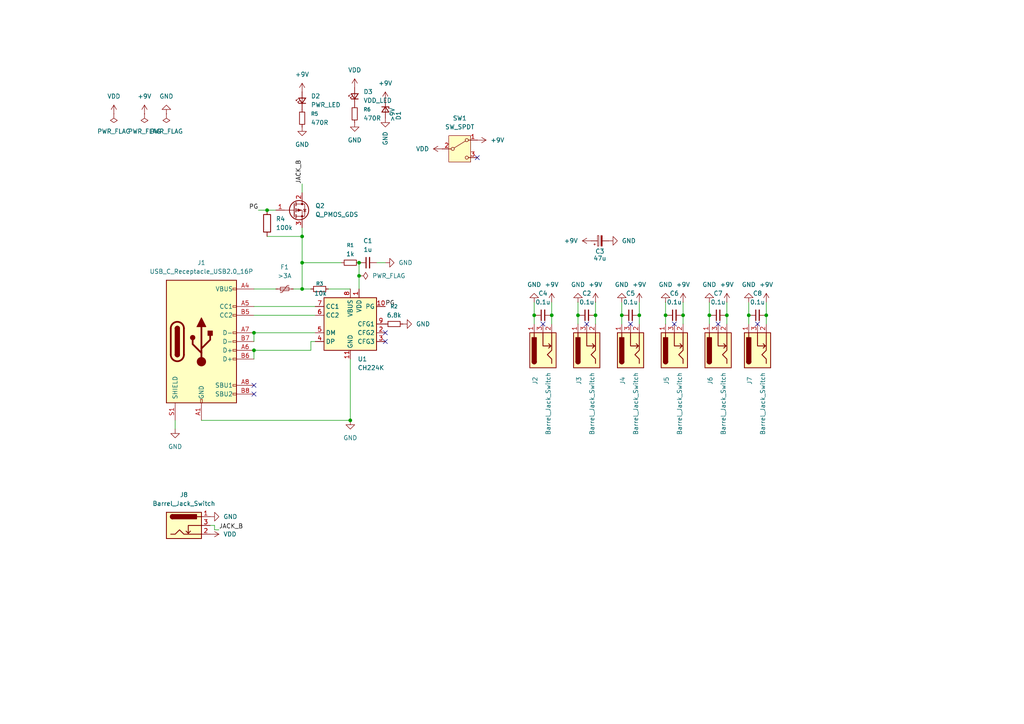
<source format=kicad_sch>
(kicad_sch (version 20250114) (generator "eeschema") (generator_version "9.0")
  (paper "A4")
  (lib_symbols
    (symbol "Connector:Barrel_Jack_Switch" (pin_names (hide yes))
      (property "Reference" "J" (at 0 5.334 0))
      (property "Value" "Barrel_Jack_Switch" (at 0 -5.08 0))
      (symbol "Barrel_Jack_Switch_0_1"
        (rectangle (start -5.08 3.81) (end 5.08 -3.81) (stroke (width 0.254)) (fill (type background)))
        (polyline (pts (xy -3.81 -2.54) (xy -2.54 -2.54) (xy -1.27 -1.27) (xy 0 -2.54) (xy 2.54 -2.54) (xy 5.08 -2.54)) (stroke (width 0.254)))
        (arc (start -3.302 1.905) (mid -3.9343 2.54) (end -3.302 3.175) (stroke (width 0.254)))
        (arc (start -3.302 1.905) (mid -3.9343 2.54) (end -3.302 3.175) (stroke (width 0.254)) (fill (type outline)))
        (polyline (pts (xy 1.27 -2.286) (xy 1.905 -1.651)) (stroke (width 0.254)))
        (rectangle (start 3.683 3.175) (end -3.302 1.905) (stroke (width 0.254)) (fill (type outline)))
        (polyline (pts (xy 5.08 2.54) (xy 3.81 2.54)) (stroke (width 0.254)))
        (polyline (pts (xy 5.08 0) (xy 1.27 0) (xy 1.27 -2.286) (xy 0.635 -1.651)) (stroke (width 0.254)))
      )
      (symbol "Barrel_Jack_Switch_1_1"
        (pin passive line (at 7.62 2.54 180) (length 2.54) (name "~") (number "1"))
        (pin passive line (at 7.62 0 180) (length 2.54) (name "~") (number "3"))
        (pin passive line (at 7.62 -2.54 180) (length 2.54) (name "~") (number "2"))
      )
    )
    (symbol "Connector:USB_C_Receptacle_USB2.0_16P" (pin_names (offset 1.016))
      (property "Reference" "J" (at 0 22.225 0))
      (property "Value" "USB_C_Receptacle_USB2.0_16P" (at 0 19.685 0))
      (symbol "USB_C_Receptacle_USB2.0_16P_0_0"
        (rectangle (start -0.254 -17.78) (end 0.254 -16.764))
        (rectangle (start 10.16 15.494) (end 9.144 14.986))
        (rectangle (start 10.16 10.414) (end 9.144 9.906))
        (rectangle (start 10.16 7.874) (end 9.144 7.366))
        (rectangle (start 10.16 2.794) (end 9.144 2.286))
        (rectangle (start 10.16 0.254) (end 9.144 -0.254))
        (rectangle (start 10.16 -2.286) (end 9.144 -2.794))
        (rectangle (start 10.16 -4.826) (end 9.144 -5.334))
        (rectangle (start 10.16 -12.446) (end 9.144 -12.954))
        (rectangle (start 10.16 -14.986) (end 9.144 -15.494))
      )
      (symbol "USB_C_Receptacle_USB2.0_16P_0_1"
        (rectangle (start -10.16 17.78) (end 10.16 -17.78) (stroke (width 0.254)) (fill (type background)))
        (polyline (pts (xy -8.89 -3.81) (xy -8.89 3.81)) (stroke (width 0.508)))
        (rectangle (start -7.62 -3.81) (end -6.35 3.81) (stroke (width 0.254)) (fill (type outline)))
        (arc (start -7.62 3.81) (mid -6.985 4.4423) (end -6.35 3.81) (stroke (width 0.254)))
        (arc (start -7.62 3.81) (mid -6.985 4.4423) (end -6.35 3.81) (stroke (width 0.254)) (fill (type outline)))
        (arc (start -8.89 3.81) (mid -6.985 5.7067) (end -5.08 3.81) (stroke (width 0.508)))
        (arc (start -5.08 -3.81) (mid -6.985 -5.7067) (end -8.89 -3.81) (stroke (width 0.508)))
        (arc (start -6.35 -3.81) (mid -6.985 -4.4423) (end -7.62 -3.81) (stroke (width 0.254)))
        (arc (start -6.35 -3.81) (mid -6.985 -4.4423) (end -7.62 -3.81) (stroke (width 0.254)) (fill (type outline)))
        (polyline (pts (xy -5.08 3.81) (xy -5.08 -3.81)) (stroke (width 0.508)))
        (circle (center -2.54 1.143) (radius 0.635) (stroke (width 0.254)) (fill (type outline)))
        (polyline (pts (xy -1.27 4.318) (xy 0 6.858) (xy 1.27 4.318) (xy -1.27 4.318)) (stroke (width 0.254)) (fill (type outline)))
        (polyline (pts (xy 0 -2.032) (xy 2.54 0.508) (xy 2.54 1.778)) (stroke (width 0.508)))
        (polyline (pts (xy 0 -3.302) (xy -2.54 -0.762) (xy -2.54 0.508)) (stroke (width 0.508)))
        (polyline (pts (xy 0 -5.842) (xy 0 4.318)) (stroke (width 0.508)))
        (circle (center 0 -5.842) (radius 1.27) (fill (type outline)))
        (rectangle (start 1.905 1.778) (end 3.175 3.048) (stroke (width 0.254)) (fill (type outline)))
      )
      (symbol "USB_C_Receptacle_USB2.0_16P_1_1"
        (pin passive line (at -7.62 -22.86 90) (length 5.08) (name "SHIELD") (number "S1"))
        (pin passive line (at 0 -22.86 90) (length 5.08) (name "GND") (number "A1"))
        (pin passive line (at 0 -22.86 90) (length 5.08) (hide yes) (name "GND") (number "A12"))
        (pin passive line (at 0 -22.86 90) (length 5.08) (hide yes) (name "GND") (number "B1"))
        (pin passive line (at 0 -22.86 90) (length 5.08) (hide yes) (name "GND") (number "B12"))
        (pin passive line (at 15.24 15.24 180) (length 5.08) (name "VBUS") (number "A4"))
        (pin passive line (at 15.24 15.24 180) (length 5.08) (hide yes) (name "VBUS") (number "A9"))
        (pin passive line (at 15.24 15.24 180) (length 5.08) (hide yes) (name "VBUS") (number "B4"))
        (pin passive line (at 15.24 15.24 180) (length 5.08) (hide yes) (name "VBUS") (number "B9"))
        (pin bidirectional line (at 15.24 10.16 180) (length 5.08) (name "CC1") (number "A5"))
        (pin bidirectional line (at 15.24 7.62 180) (length 5.08) (name "CC2") (number "B5"))
        (pin bidirectional line (at 15.24 2.54 180) (length 5.08) (name "D-") (number "A7"))
        (pin bidirectional line (at 15.24 0 180) (length 5.08) (name "D-") (number "B7"))
        (pin bidirectional line (at 15.24 -2.54 180) (length 5.08) (name "D+") (number "A6"))
        (pin bidirectional line (at 15.24 -5.08 180) (length 5.08) (name "D+") (number "B6"))
        (pin bidirectional line (at 15.24 -12.7 180) (length 5.08) (name "SBU1") (number "A8"))
        (pin bidirectional line (at 15.24 -15.24 180) (length 5.08) (name "SBU2") (number "B8"))
      )
    )
    (symbol "Device:C_Polarized_Small" (pin_numbers (hide yes)) (pin_names (offset 0.254) (hide yes))
      (property "Reference" "C" (at 0.254 1.778 0))
      (property "Value" "C_Polarized_Small" (at 0.254 -2.032 0))
      (symbol "C_Polarized_Small_0_1"
        (rectangle (start -1.524 0.6858) (end 1.524 0.3048))
        (rectangle (start -1.524 -0.3048) (end 1.524 -0.6858) (fill (type outline)))
        (polyline (pts (xy -1.27 1.524) (xy -0.762 1.524)))
        (polyline (pts (xy -1.016 1.27) (xy -1.016 1.778)))
      )
      (symbol "C_Polarized_Small_1_1"
        (pin passive line (at 0 2.54 270) (length 1.8542) (name "~") (number "1"))
        (pin passive line (at 0 -2.54 90) (length 1.8542) (name "~") (number "2"))
      )
    )
    (symbol "Device:C_Small" (pin_numbers (hide yes)) (pin_names (offset 0.254) (hide yes))
      (property "Reference" "C" (at 0.254 1.778 0))
      (property "Value" "C_Small" (at 0.254 -2.032 0))
      (symbol "C_Small_0_1"
        (polyline (pts (xy -1.524 0.508) (xy 1.524 0.508)) (stroke (width 0.3048)))
        (polyline (pts (xy -1.524 -0.508) (xy 1.524 -0.508)) (stroke (width 0.3302)))
      )
      (symbol "C_Small_1_1"
        (pin passive line (at 0 2.54 270) (length 2.032) (name "~") (number "1"))
        (pin passive line (at 0 -2.54 90) (length 2.032) (name "~") (number "2"))
      )
    )
    (symbol "Device:D_Zener_Small" (pin_numbers (hide yes)) (pin_names (offset 0.254) (hide yes))
      (property "Reference" "D" (at 0 2.286 0))
      (property "Value" "D_Zener_Small" (at 0 -2.286 0))
      (symbol "D_Zener_Small_0_1"
        (polyline (pts (xy -0.254 1.016) (xy -0.762 1.016) (xy -0.762 -1.016)) (stroke (width 0.254)))
        (polyline (pts (xy 0.762 1.016) (xy -0.762 0) (xy 0.762 -1.016) (xy 0.762 1.016)) (stroke (width 0.254)))
        (polyline (pts (xy 0.762 0) (xy -0.762 0)))
      )
      (symbol "D_Zener_Small_1_1"
        (pin passive line (at -2.54 0 0) (length 1.778) (name "K") (number "1"))
        (pin passive line (at 2.54 0 180) (length 1.778) (name "A") (number "2"))
      )
    )
    (symbol "Device:LED_Small" (pin_numbers (hide yes)) (pin_names (offset 0.254) (hide yes))
      (property "Reference" "D" (at -1.27 3.175 0))
      (property "Value" "LED_Small" (at -4.445 -2.54 0))
      (symbol "LED_Small_0_1"
        (polyline (pts (xy -0.762 -1.016) (xy -0.762 1.016)) (stroke (width 0.254)))
        (polyline (pts (xy 0 0.762) (xy -0.508 1.27) (xy -0.254 1.27) (xy -0.508 1.27) (xy -0.508 1.016)))
        (polyline (pts (xy 0.508 1.27) (xy 0 1.778) (xy 0.254 1.778) (xy 0 1.778) (xy 0 1.524)))
        (polyline (pts (xy 0.762 -1.016) (xy -0.762 0) (xy 0.762 1.016) (xy 0.762 -1.016)) (stroke (width 0.254)))
        (polyline (pts (xy 1.016 0) (xy -0.762 0)))
      )
      (symbol "LED_Small_1_1"
        (pin passive line (at -2.54 0 0) (length 1.778) (name "K") (number "1"))
        (pin passive line (at 2.54 0 180) (length 1.778) (name "A") (number "2"))
      )
    )
    (symbol "Device:Polyfuse_Small" (pin_numbers (hide yes)) (pin_names (offset 0))
      (property "Reference" "F" (at -1.905 0 90))
      (property "Value" "Polyfuse_Small" (at 1.905 0 90))
      (symbol "Polyfuse_Small_0_1"
        (polyline (pts (xy -1.016 1.27) (xy -1.016 0.762) (xy 1.016 -0.762) (xy 1.016 -1.27)))
        (rectangle (start -0.508 1.27) (end 0.508 -1.27))
        (polyline (pts (xy 0 2.54) (xy 0 -2.54)))
      )
      (symbol "Polyfuse_Small_1_1"
        (pin passive line (at 0 2.54 270) (length 0.635) (name "~") (number "1"))
        (pin passive line (at 0 -2.54 90) (length 0.635) (name "~") (number "2"))
      )
    )
    (symbol "Device:R" (pin_numbers (hide yes)) (pin_names (offset 0))
      (property "Reference" "R" (at 2.032 0 90))
      (property "Value" "R" (at 0 0 90))
      (symbol "R_0_1"
        (rectangle (start -1.016 -2.54) (end 1.016 2.54) (stroke (width 0.254)))
      )
      (symbol "R_1_1"
        (pin passive line (at 0 3.81 270) (length 1.27) (name "~") (number "1"))
        (pin passive line (at 0 -3.81 90) (length 1.27) (name "~") (number "2"))
      )
    )
    (symbol "Device:R_Small" (pin_numbers (hide yes)) (pin_names (offset 0.254) (hide yes))
      (property "Reference" "R" (at 0 0 90))
      (property "Value" "R_Small" (at 1.778 0 90))
      (symbol "R_Small_0_1"
        (rectangle (start -0.762 1.778) (end 0.762 -1.778) (stroke (width 0.2032)))
      )
      (symbol "R_Small_1_1"
        (pin passive line (at 0 2.54 270) (length 0.762) (name "~") (number "1"))
        (pin passive line (at 0 -2.54 90) (length 0.762) (name "~") (number "2"))
      )
    )
    (symbol "Interface_USB:CH224K"
      (property "Reference" "U" (at -7.874 -8.89 0))
      (property "Value" "CH224K" (at 3.048 -8.89 0))
      (symbol "CH224K_1_1"
        (rectangle (start -7.62 7.62) (end 7.62 -7.62) (stroke (width 0.254)) (fill (type background)))
        (pin bidirectional line (at -10.16 5.08 0) (length 2.54) (name "CC1") (number "7"))
        (pin bidirectional line (at -10.16 2.54 0) (length 2.54) (name "CC2") (number "6"))
        (pin bidirectional line (at -10.16 -2.54 0) (length 2.54) (name "DM") (number "5"))
        (pin bidirectional line (at -10.16 -5.08 0) (length 2.54) (name "DP") (number "4"))
        (pin passive line (at 0 10.16 270) (length 2.54) (name "VBUS") (number "8"))
        (pin power_in line (at 0 -10.16 90) (length 2.54) (name "GND") (number "11"))
        (pin power_in line (at 2.54 10.16 270) (length 2.54) (name "VDD") (number "1"))
        (pin open_collector line (at 10.16 5.08 180) (length 2.54) (name "PG") (number "10"))
        (pin passive line (at 10.16 0 180) (length 2.54) (name "CFG1") (number "9"))
        (pin passive line (at 10.16 -2.54 180) (length 2.54) (name "CFG2") (number "2"))
        (pin passive line (at 10.16 -5.08 180) (length 2.54) (name "CFG3") (number "3"))
      )
    )
    (symbol "Switch:SW_SPDT" (pin_names (offset 0) (hide yes))
      (property "Reference" "SW" (at 0 5.08 0))
      (property "Value" "SW_SPDT" (at 0 -5.08 0))
      (symbol "SW_SPDT_0_1"
        (circle (center -2.032 0) (radius 0.4572))
        (polyline (pts (xy -1.651 0.254) (xy 1.651 2.286)))
        (circle (center 2.032 2.54) (radius 0.4572))
        (circle (center 2.032 -2.54) (radius 0.4572))
      )
      (symbol "SW_SPDT_1_1"
        (rectangle (start -3.175 3.81) (end 3.175 -3.81) (fill (type background)))
        (pin passive line (at -5.08 0 0) (length 2.54) (name "B") (number "2"))
        (pin passive line (at 5.08 2.54 180) (length 2.54) (name "A") (number "1"))
        (pin passive line (at 5.08 -2.54 180) (length 2.54) (name "C") (number "3"))
      )
    )
    (symbol "Transistor_FET:Q_PMOS_GDS" (pin_names (offset 0) (hide yes))
      (property "Reference" "Q" (at 5.08 1.905 0))
      (property "Value" "Q_PMOS_GDS" (at 5.08 0 0))
      (symbol "Q_PMOS_GDS_0_1"
        (polyline (pts (xy 0.254 1.905) (xy 0.254 -1.905)) (stroke (width 0.254)))
        (polyline (pts (xy 0.254 0) (xy -2.54 0)))
        (polyline (pts (xy 0.762 2.286) (xy 0.762 1.27)) (stroke (width 0.254)))
        (polyline (pts (xy 0.762 1.778) (xy 3.302 1.778) (xy 3.302 -1.778) (xy 0.762 -1.778)))
        (polyline (pts (xy 0.762 0.508) (xy 0.762 -0.508)) (stroke (width 0.254)))
        (polyline (pts (xy 0.762 -1.27) (xy 0.762 -2.286)) (stroke (width 0.254)))
        (circle (center 1.651 0) (radius 2.794) (stroke (width 0.254)))
        (polyline (pts (xy 2.286 0) (xy 1.27 0.381) (xy 1.27 -0.381) (xy 2.286 0)) (fill (type outline)))
        (polyline (pts (xy 2.54 2.54) (xy 2.54 1.778)))
        (circle (center 2.54 1.778) (radius 0.254) (fill (type outline)))
        (circle (center 2.54 -1.778) (radius 0.254) (fill (type outline)))
        (polyline (pts (xy 2.54 -2.54) (xy 2.54 0) (xy 0.762 0)))
        (polyline (pts (xy 2.921 -0.381) (xy 3.683 -0.381)))
        (polyline (pts (xy 3.302 -0.381) (xy 2.921 0.254) (xy 3.683 0.254) (xy 3.302 -0.381)))
      )
      (symbol "Q_PMOS_GDS_1_1"
        (pin input line (at -5.08 0 0) (length 2.54) (name "G") (number "1"))
        (pin passive line (at 2.54 5.08 270) (length 2.54) (name "D") (number "2"))
        (pin passive line (at 2.54 -5.08 90) (length 2.54) (name "S") (number "3"))
      )
    )
    (symbol "power:+9V" (power) (pin_numbers (hide yes)) (pin_names (offset 0) (hide yes))
      (property "Value" "+9V" (at 0 3.556 0))
      (symbol "+9V_0_1"
        (polyline (pts (xy -0.762 1.27) (xy 0 2.54)))
        (polyline (pts (xy 0 2.54) (xy 0.762 1.27)))
        (polyline (pts (xy 0 0) (xy 0 2.54)))
      )
      (symbol "+9V_1_1"
        (pin power_in line (at 0 0 90) (length 0) (name "~") (number "1"))
      )
    )
    (symbol "power:GND" (power) (pin_numbers (hide yes)) (pin_names (offset 0) (hide yes))
      (property "Value" "GND" (at 0 -3.81 0))
      (symbol "GND_0_1"
        (polyline (pts (xy 0 0) (xy 0 -1.27) (xy 1.27 -1.27) (xy 0 -2.54) (xy -1.27 -1.27) (xy 0 -1.27)))
      )
      (symbol "GND_1_1"
        (pin power_in line (at 0 0 270) (length 0) (name "~") (number "1"))
      )
    )
    (symbol "power:PWR_FLAG" (power) (pin_numbers (hide yes)) (pin_names (offset 0) (hide yes))
      (property "Value" "PWR_FLAG" (at 0 3.81 0))
      (symbol "PWR_FLAG_0_0"
        (pin power_out line (at 0 0 90) (length 0) (name "~") (number "1"))
      )
      (symbol "PWR_FLAG_0_1"
        (polyline (pts (xy 0 0) (xy 0 1.27) (xy -1.016 1.905) (xy 0 2.54) (xy 1.016 1.905) (xy 0 1.27)))
      )
    )
    (symbol "power:VDD" (power) (pin_numbers (hide yes)) (pin_names (offset 0) (hide yes))
      (property "Value" "VDD" (at 0 3.556 0))
      (symbol "VDD_0_1"
        (polyline (pts (xy -0.762 1.27) (xy 0 2.54)))
        (polyline (pts (xy 0 2.54) (xy 0.762 1.27)))
        (polyline (pts (xy 0 0) (xy 0 2.54)))
      )
      (symbol "VDD_1_1"
        (pin power_in line (at 0 0 90) (length 0) (name "~") (number "1"))
      )
    )
  )
  (junction (at 87.63 76.2))
  (junction (at 205.74 91.44))
  (junction (at 77.47 60.96))
  (junction (at 217.17 91.44))
  (junction (at 193.04 91.44))
  (junction (at 87.63 83.82))
  (junction (at 222.25 91.44))
  (junction (at 198.12 91.44))
  (junction (at 167.64 91.44))
  (junction (at 104.14 80.01))
  (junction (at 180.34 91.44))
  (junction (at 101.6 121.92))
  (junction (at 87.63 68.58))
  (junction (at 185.42 91.44))
  (junction (at 73.66 96.52))
  (junction (at 154.94 91.44))
  (junction (at 210.82 91.44))
  (junction (at 104.14 76.2))
  (junction (at 73.66 101.6))
  (junction (at 160.02 91.44))
  (junction (at 172.72 91.44))
  (no_connect (at 219.71 93.98))
  (no_connect (at 73.66 114.3))
  (no_connect (at 138.43 45.72))
  (no_connect (at 182.88 93.98))
  (no_connect (at 111.76 96.52))
  (no_connect (at 157.48 93.98))
  (no_connect (at 73.66 111.76))
  (no_connect (at 208.28 93.98))
  (no_connect (at 111.76 99.06))
  (no_connect (at 195.58 93.98))
  (no_connect (at 170.18 93.98))
  (wire (pts (xy 104.14 80.01) (xy 104.14 83.82)))
  (wire (pts (xy 160.02 87.63) (xy 160.02 91.44)))
  (wire (pts (xy 73.66 96.52) (xy 91.44 96.52)))
  (wire (pts (xy 73.66 96.52) (xy 73.66 99.06)))
  (wire (pts (xy 74.93 60.96) (xy 77.47 60.96)))
  (wire (pts (xy 154.94 87.63) (xy 154.94 91.44)))
  (wire (pts (xy 193.04 87.63) (xy 193.04 91.44)))
  (wire (pts (xy 95.25 83.82) (xy 101.6 83.82)))
  (wire (pts (xy 101.6 121.92) (xy 101.6 104.14)))
  (wire (pts (xy 210.82 91.44) (xy 210.82 93.98)))
  (wire (pts (xy 172.72 87.63) (xy 172.72 91.44)))
  (wire (pts (xy 90.17 99.06) (xy 91.44 99.06)))
  (wire (pts (xy 77.47 68.58) (xy 87.63 68.58)))
  (wire (pts (xy 198.12 91.44) (xy 198.12 93.98)))
  (wire (pts (xy 104.14 76.2) (xy 104.14 80.01)))
  (wire (pts (xy 222.25 91.44) (xy 222.25 93.98)))
  (wire (pts (xy 198.12 87.63) (xy 198.12 91.44)))
  (wire (pts (xy 87.63 83.82) (xy 90.17 83.82)))
  (wire (pts (xy 172.72 91.44) (xy 172.72 93.98)))
  (wire (pts (xy 50.8 121.92) (xy 50.8 124.46)))
  (wire (pts (xy 217.17 91.44) (xy 217.17 93.98)))
  (wire (pts (xy 85.09 83.82) (xy 87.63 83.82)))
  (wire (pts (xy 90.17 101.6) (xy 90.17 99.06)))
  (wire (pts (xy 180.34 91.44) (xy 180.34 93.98)))
  (wire (pts (xy 160.02 91.44) (xy 160.02 93.98)))
  (wire (pts (xy 87.63 68.58) (xy 87.63 76.2)))
  (wire (pts (xy 167.64 91.44) (xy 167.64 93.98)))
  (wire (pts (xy 73.66 91.44) (xy 91.44 91.44)))
  (wire (pts (xy 62.23 153.67) (xy 62.23 152.4)))
  (wire (pts (xy 99.06 76.2) (xy 87.63 76.2)))
  (wire (pts (xy 109.22 76.2) (xy 111.76 76.2)))
  (wire (pts (xy 77.47 60.96) (xy 80.01 60.96)))
  (wire (pts (xy 62.23 152.4) (xy 60.96 152.4)))
  (wire (pts (xy 210.82 87.63) (xy 210.82 91.44)))
  (wire (pts (xy 180.34 87.63) (xy 180.34 91.44)))
  (wire (pts (xy 167.64 87.63) (xy 167.64 91.44)))
  (wire (pts (xy 58.42 121.92) (xy 101.6 121.92)))
  (wire (pts (xy 217.17 87.63) (xy 217.17 91.44)))
  (wire (pts (xy 193.04 91.44) (xy 193.04 93.98)))
  (wire (pts (xy 73.66 101.6) (xy 73.66 104.14)))
  (wire (pts (xy 73.66 83.82) (xy 80.01 83.82)))
  (wire (pts (xy 63.5 153.67) (xy 62.23 153.67)))
  (wire (pts (xy 87.63 76.2) (xy 87.63 83.82)))
  (wire (pts (xy 87.63 66.04) (xy 87.63 68.58)))
  (wire (pts (xy 154.94 91.44) (xy 154.94 93.98)))
  (wire (pts (xy 73.66 88.9) (xy 91.44 88.9)))
  (wire (pts (xy 185.42 91.44) (xy 185.42 93.98)))
  (wire (pts (xy 185.42 87.63) (xy 185.42 91.44)))
  (wire (pts (xy 73.66 101.6) (xy 90.17 101.6)))
  (wire (pts (xy 205.74 91.44) (xy 205.74 93.98)))
  (wire (pts (xy 205.74 87.63) (xy 205.74 91.44)))
  (wire (pts (xy 87.63 53.34) (xy 87.63 55.88)))
  (wire (pts (xy 222.25 87.63) (xy 222.25 91.44)))
  (label "JACK_B" (at 87.63 53.34 90))
  (label "PG" (at 74.93 60.96 180))
  (label "JACK_B" (at 63.5 153.67 0))
  (label "PG" (at 111.76 88.9 0))
  (symbol (lib_id "Device:R_Small") (at 102.87 33.02 0) (unit 1)
    (property "Reference" "R6" (at 105.41 31.7499 0) (effects (font (size 1.016 1.016)) (justify left)))
    (property "Value" "470R" (at 105.41 34.2899 0) (effects (justify left)))
    (property "Footprint" "Capacitor_SMD:C_0603_1608Metric_Pad1.08x0.95mm_HandSolder" (effects (hide yes)))
    (property "Description" "Resistor, small symbol" (effects (hide yes)))
  )
  (symbol (lib_id "Device:C_Small") (at 195.58 91.44 90) (unit 1)
    (property "Reference" "C6" (at 195.5863 85.09 90))
    (property "Value" "0.1u" (at 195.5863 87.63 90))
    (property "Footprint" "Capacitor_SMD:C_0603_1608Metric_Pad1.08x0.95mm_HandSolder" (effects (hide yes)))
    (property "Description" "Unpolarized capacitor, small symbol" (effects (hide yes)))
  )
  (symbol (lib_id "Connector:Barrel_Jack_Switch") (at 208.28 101.6 90) (unit 1)
    (property "Reference" "J6" (at 205.994 109.22 0) (effects (justify right)))
    (property "Value" "Barrel_Jack_Switch" (at 209.804 107.95 0) (effects (justify right)))
    (property "Footprint" "Connector_BarrelJack:BarrelJack_Horizontal" (effects (hide yes)))
    (property "Description" "DC Barrel Jack with an internal switch" (effects (hide yes)))
  )
  (symbol (lib_id "power:GND") (at 111.76 34.29 0) (unit 1)
    (property "Reference" "#PWR06" (effects (hide yes)))
    (property "Value" "GND" (at 111.7601 38.1 90) (effects (justify right)))
    (property "Description" "Power symbol creates a global label with name \"GND\" , ground" (effects (hide yes)))
  )
  (symbol (lib_id "power:GND") (at 101.6 121.92 0) (unit 1)
    (property "Reference" "#PWR021" (effects (hide yes)))
    (property "Value" "GND" (at 101.6 127 0))
    (property "Description" "Power symbol creates a global label with name \"GND\" , ground" (effects (hide yes)))
  )
  (symbol (lib_id "Device:C_Small") (at 157.48 91.44 90) (unit 1)
    (property "Reference" "C4" (at 157.4863 85.09 90))
    (property "Value" "0.1u" (at 157.4863 87.63 90))
    (property "Footprint" "Capacitor_SMD:C_0603_1608Metric_Pad1.08x0.95mm_HandSolder" (effects (hide yes)))
    (property "Description" "Unpolarized capacitor, small symbol" (effects (hide yes)))
  )
  (symbol (lib_id "Device:R_Small") (at 114.3 93.98 90) (unit 1)
    (property "Reference" "R2" (at 114.3 88.9 90) (effects (font (size 1.016 1.016))))
    (property "Value" "6.8k" (at 114.3 91.44 90))
    (property "Footprint" "Capacitor_SMD:C_0603_1608Metric_Pad1.08x0.95mm_HandSolder" (effects (hide yes)))
    (property "Description" "Resistor, small symbol" (effects (hide yes)))
  )
  (symbol (lib_id "power:+9V") (at 172.72 87.63 0) (unit 1)
    (property "Reference" "#PWR010" (effects (hide yes)))
    (property "Value" "+9V" (at 172.72 82.55 0))
    (property "Description" "Power symbol creates a global label with name \"+9V\"" (effects (hide yes)))
  )
  (symbol (lib_id "power:GND") (at 48.26 33.02 180) (unit 1)
    (property "Reference" "#PWR020" (effects (hide yes)))
    (property "Value" "GND" (at 48.26 27.94 0))
    (property "Description" "Power symbol creates a global label with name \"GND\" , ground" (effects (hide yes)))
  )
  (symbol (lib_id "power:GND") (at 60.96 149.86 90) (unit 1)
    (property "Reference" "#PWR023" (effects (hide yes)))
    (property "Value" "GND" (at 64.77 149.8599 90) (effects (justify right)))
    (property "Description" "Power symbol creates a global label with name \"GND\" , ground" (effects (hide yes)))
  )
  (symbol (lib_id "power:VDD") (at 60.96 154.94 270) (unit 1)
    (property "Reference" "#PWR030" (effects (hide yes)))
    (property "Value" "VDD" (at 64.77 154.9399 90) (effects (justify left)))
    (property "Description" "Power symbol creates a global label with name \"VDD\"" (effects (hide yes)))
  )
  (symbol (lib_id "Connector:Barrel_Jack_Switch") (at 53.34 152.4 0) (unit 1)
    (property "Reference" "J8" (at 53.34 143.51 0))
    (property "Value" "Barrel_Jack_Switch" (at 53.34 146.05 0))
    (property "Footprint" "Connector_BarrelJack:BarrelJack_Horizontal" (effects (hide yes)))
    (property "Description" "DC Barrel Jack with an internal switch" (effects (hide yes)))
  )
  (symbol (lib_id "power:+9V") (at 138.43 40.64 270) (unit 1)
    (property "Reference" "#PWR024" (effects (hide yes)))
    (property "Value" "+9V" (at 142.24 40.6399 90) (effects (justify left)))
    (property "Description" "Power symbol creates a global label with name \"+9V\"" (effects (hide yes)))
  )
  (symbol (lib_id "Transistor_FET:Q_PMOS_GDS") (at 85.09 60.96 0) (unit 1)
    (property "Reference" "Q2" (at 91.44 59.6899 0) (effects (justify left)))
    (property "Value" "Q_PMOS_GDS" (at 91.44 62.2299 0) (effects (justify left)))
    (property "Footprint" "Package_TO_SOT_THT:TO-251-3_Vertical" (effects (hide yes)))
    (property "Description" "P-MOSFET transistor, gate/drain/source" (effects (hide yes)))
  )
  (symbol (lib_id "Device:C_Polarized_Small") (at 173.99 69.85 90) (unit 1)
    (property "Reference" "C3" (at 173.99 72.898 90))
    (property "Value" "47u" (at 173.99 74.93 90))
    (property "Footprint" "Capacitor_THT:CP_Radial_D5.0mm_P2.00mm" (effects (hide yes)))
    (property "Description" "Polarized capacitor, small symbol" (effects (hide yes)))
  )
  (symbol (lib_id "power:GND") (at 217.17 87.63 180) (unit 1)
    (property "Reference" "#PWR017" (effects (hide yes)))
    (property "Value" "GND" (at 217.17 82.55 0))
    (property "Description" "Power symbol creates a global label with name \"GND\" , ground" (effects (hide yes)))
  )
  (symbol (lib_id "Device:C_Small") (at 182.88 91.44 90) (unit 1)
    (property "Reference" "C5" (at 182.8863 85.09 90))
    (property "Value" "0.1u" (at 182.8863 87.63 90))
    (property "Footprint" "Capacitor_SMD:C_0603_1608Metric_Pad1.08x0.95mm_HandSolder" (effects (hide yes)))
    (property "Description" "Unpolarized capacitor, small symbol" (effects (hide yes)))
  )
  (symbol (lib_id "power:+9V") (at 160.02 87.63 0) (unit 1)
    (property "Reference" "#PWR07" (effects (hide yes)))
    (property "Value" "+9V" (at 160.02 82.55 0))
    (property "Description" "Power symbol creates a global label with name \"+9V\"" (effects (hide yes)))
  )
  (symbol (lib_id "Connector:Barrel_Jack_Switch") (at 219.71 101.6 90) (unit 1)
    (property "Reference" "J7" (at 217.424 109.22 0) (effects (justify right)))
    (property "Value" "Barrel_Jack_Switch" (at 221.234 107.95 0) (effects (justify right)))
    (property "Footprint" "Connector_BarrelJack:BarrelJack_Horizontal" (effects (hide yes)))
    (property "Description" "DC Barrel Jack with an internal switch" (effects (hide yes)))
  )
  (symbol (lib_id "power:GND") (at 176.53 69.85 90) (unit 1)
    (property "Reference" "#PWR08" (effects (hide yes)))
    (property "Value" "GND" (at 180.34 69.8499 90) (effects (justify right)))
    (property "Description" "Power symbol creates a global label with name \"GND\" , ground" (effects (hide yes)))
  )
  (symbol (lib_id "power:VDD") (at 128.27 43.18 90) (unit 1)
    (property "Reference" "#PWR031" (effects (hide yes)))
    (property "Value" "VDD" (at 124.46 43.1799 90) (effects (justify left)))
    (property "Description" "Power symbol creates a global label with name \"VDD\"" (effects (hide yes)))
  )
  (symbol (lib_id "power:GND") (at 154.94 87.63 180) (unit 1)
    (property "Reference" "#PWR05" (effects (hide yes)))
    (property "Value" "GND" (at 154.94 82.55 0))
    (property "Description" "Power symbol creates a global label with name \"GND\" , ground" (effects (hide yes)))
  )
  (symbol (lib_id "Device:R_Small") (at 101.6 76.2 90) (unit 1)
    (property "Reference" "R1" (at 101.6 71.12 90) (effects (font (size 1.016 1.016))))
    (property "Value" "1k" (at 101.6 73.66 90))
    (property "Footprint" "Capacitor_SMD:C_0603_1608Metric_Pad1.08x0.95mm_HandSolder" (effects (hide yes)))
    (property "Description" "Resistor, small symbol" (effects (hide yes)))
  )
  (symbol (lib_id "Device:R_Small") (at 87.63 34.29 0) (unit 1)
    (property "Reference" "R5" (at 90.17 33.0199 0) (effects (font (size 1.016 1.016)) (justify left)))
    (property "Value" "470R" (at 90.17 35.5599 0) (effects (justify left)))
    (property "Footprint" "Capacitor_SMD:C_0603_1608Metric_Pad1.08x0.95mm_HandSolder" (effects (hide yes)))
    (property "Description" "Resistor, small symbol" (effects (hide yes)))
  )
  (symbol (lib_id "Device:Polyfuse_Small") (at 82.55 83.82 90) (unit 1)
    (property "Reference" "F1" (at 82.55 77.47 90))
    (property "Value" ">3A" (at 82.55 80.01 90))
    (property "Footprint" "Fuse:Fuse_Bourns_MF-RG300" (effects (hide yes)))
    (property "Description" "Resettable fuse, polymeric positive temperature coefficient, small symbol" (effects (hide yes)))
  )
  (symbol (lib_id "power:PWR_FLAG") (at 104.14 80.01 270) (unit 1)
    (property "Reference" "#FLG02" (effects (hide yes)))
    (property "Value" "PWR_FLAG" (at 107.95 80.0099 90) (effects (justify left)))
    (property "Description" "Special symbol for telling ERC where power comes from" (effects (hide yes)))
  )
  (symbol (lib_id "Device:R_Small") (at 92.71 83.82 90) (unit 1)
    (property "Reference" "R3" (at 92.71 82.296 90) (effects (font (size 1.016 1.016))))
    (property "Value" "10k" (at 92.964 85.09 90))
    (property "Footprint" "Capacitor_SMD:C_0603_1608Metric_Pad1.08x0.95mm_HandSolder" (effects (hide yes)))
    (property "Description" "Resistor, small symbol" (effects (hide yes)))
  )
  (symbol (lib_id "power:VDD") (at 33.02 33.02 0) (unit 1)
    (property "Reference" "#PWR022" (effects (hide yes)))
    (property "Value" "VDD" (at 33.02 27.94 0))
    (property "Description" "Power symbol creates a global label with name \"VDD\"" (effects (hide yes)))
  )
  (symbol (lib_id "Switch:SW_SPDT") (at 133.35 43.18 0) (unit 1)
    (property "Reference" "SW1" (at 133.35 34.29 0))
    (property "Value" "SW_SPDT" (at 133.35 36.83 0))
    (property "Footprint" "Ishihalib:ROCKERSW_3MS1J102M2QES" (effects (hide yes)))
    (property "Description" "Switch, single pole double throw" (effects (hide yes)))
  )
  (symbol (lib_id "power:+9V") (at 198.12 87.63 0) (unit 1)
    (property "Reference" "#PWR014" (effects (hide yes)))
    (property "Value" "+9V" (at 198.12 82.55 0))
    (property "Description" "Power symbol creates a global label with name \"+9V\"" (effects (hide yes)))
  )
  (symbol (lib_id "power:PWR_FLAG") (at 41.91 33.02 180) (unit 1)
    (property "Reference" "#FLG01" (effects (hide yes)))
    (property "Value" "PWR_FLAG" (at 41.91 38.1 0))
    (property "Description" "Special symbol for telling ERC where power comes from" (effects (hide yes)))
  )
  (symbol (lib_id "power:+9V") (at 222.25 87.63 0) (unit 1)
    (property "Reference" "#PWR018" (effects (hide yes)))
    (property "Value" "+9V" (at 222.25 82.55 0))
    (property "Description" "Power symbol creates a global label with name \"+9V\"" (effects (hide yes)))
  )
  (symbol (lib_id "power:GND") (at 205.74 87.63 180) (unit 1)
    (property "Reference" "#PWR015" (effects (hide yes)))
    (property "Value" "GND" (at 205.74 82.55 0))
    (property "Description" "Power symbol creates a global label with name \"GND\" , ground" (effects (hide yes)))
  )
  (symbol (lib_id "Connector:USB_C_Receptacle_USB2.0_16P") (at 58.42 99.06 0) (unit 1)
    (property "Reference" "J1" (at 58.42 76.2 0))
    (property "Value" "USB_C_Receptacle_USB2.0_16P" (at 58.42 78.74 0))
    (property "Footprint" "Connector_USB:USB_C_Receptacle_GCT_USB4105-xx-A_16P_TopMnt_Horizontal" (effects (hide yes)))
    (property "Datasheet" "https://www.usb.org/sites/default/files/documents/usb_type-c.zip" (effects (hide yes)))
    (property "Description" "USB 2.0-only 16P Type-C Receptacle connector" (effects (hide yes)))
  )
  (symbol (lib_id "power:GND") (at 167.64 87.63 180) (unit 1)
    (property "Reference" "#PWR09" (effects (hide yes)))
    (property "Value" "GND" (at 167.64 82.55 0))
    (property "Description" "Power symbol creates a global label with name \"GND\" , ground" (effects (hide yes)))
  )
  (symbol (lib_id "Device:D_Zener_Small") (at 111.76 31.75 270) (unit 1)
    (property "Reference" "D1" (at 115.57 33.528 0))
    (property "Value" ">9V" (at 113.792 33.274 0))
    (property "Footprint" "Diode_SMD:D_TUMD2" (effects (hide yes)))
    (property "Description" "Zener diode, small symbol" (effects (hide yes)))
  )
  (symbol (lib_id "power:GND") (at 50.8 124.46 0) (unit 1)
    (property "Reference" "#PWR01" (effects (hide yes)))
    (property "Value" "GND" (at 50.8 129.54 0))
    (property "Description" "Power symbol creates a global label with name \"GND\" , ground" (effects (hide yes)))
  )
  (symbol (lib_id "Device:C_Small") (at 208.28 91.44 90) (unit 1)
    (property "Reference" "C7" (at 208.2863 85.09 90))
    (property "Value" "0.1u" (at 208.2863 87.63 90))
    (property "Footprint" "Capacitor_SMD:C_0603_1608Metric_Pad1.08x0.95mm_HandSolder" (effects (hide yes)))
    (property "Description" "Unpolarized capacitor, small symbol" (effects (hide yes)))
  )
  (symbol (lib_id "power:+9V") (at 41.91 33.02 0) (unit 1)
    (property "Reference" "#PWR019" (effects (hide yes)))
    (property "Value" "+9V" (at 41.91 27.94 0))
    (property "Description" "Power symbol creates a global label with name \"+9V\"" (effects (hide yes)))
  )
  (symbol (lib_id "Device:R") (at 77.47 64.77 0) (unit 1)
    (property "Reference" "R4" (at 80.01 63.4999 0) (effects (justify left)))
    (property "Value" "100k" (at 80.01 66.0399 0) (effects (justify left)))
    (property "Footprint" "Capacitor_SMD:C_0603_1608Metric_Pad1.08x0.95mm_HandSolder" (effects (hide yes)))
    (property "Description" "Resistor" (effects (hide yes)))
  )
  (symbol (lib_id "power:PWR_FLAG") (at 33.02 33.02 180) (unit 1)
    (property "Reference" "#FLG04" (effects (hide yes)))
    (property "Value" "PWR_FLAG" (at 33.02 38.1 0))
    (property "Description" "Special symbol for telling ERC where power comes from" (effects (hide yes)))
  )
  (symbol (lib_id "power:GND") (at 180.34 87.63 180) (unit 1)
    (property "Reference" "#PWR011" (effects (hide yes)))
    (property "Value" "GND" (at 180.34 82.55 0))
    (property "Description" "Power symbol creates a global label with name \"GND\" , ground" (effects (hide yes)))
  )
  (symbol (lib_id "Interface_USB:CH224K") (at 101.6 93.98 0) (unit 1)
    (property "Reference" "U1" (at 103.7433 104.14 0) (effects (justify left)))
    (property "Value" "CH224K" (at 103.7433 106.68 0) (effects (justify left)))
    (property "Footprint" "Package_SO:SSOP-10-1EP_3.9x4.9mm_P1mm_EP2.1x3.3mm" (effects (hide yes)))
    (property "Datasheet" "https://www.wch.cn/downloads/file/301.html" (effects (hide yes)))
    (property "Description" "100W USB Type-C PD3.0/2.0, BC1.2 Sink Controller, SSOP-10" (effects (hide yes)))
  )
  (symbol (lib_id "power:+9V") (at 111.76 29.21 0) (unit 1)
    (property "Reference" "#PWR032" (effects (hide yes)))
    (property "Value" "+9V" (at 111.76 24.13 0))
    (property "Description" "Power symbol creates a global label with name \"+9V\"" (effects (hide yes)))
  )
  (symbol (lib_id "Connector:Barrel_Jack_Switch") (at 182.88 101.6 90) (unit 1)
    (property "Reference" "J4" (at 180.594 109.22 0) (effects (justify right)))
    (property "Value" "Barrel_Jack_Switch" (at 184.404 107.95 0) (effects (justify right)))
    (property "Footprint" "Connector_BarrelJack:BarrelJack_Horizontal" (effects (hide yes)))
    (property "Description" "DC Barrel Jack with an internal switch" (effects (hide yes)))
  )
  (symbol (lib_id "Connector:Barrel_Jack_Switch") (at 170.18 101.6 90) (unit 1)
    (property "Reference" "J3" (at 167.894 109.22 0) (effects (justify right)))
    (property "Value" "Barrel_Jack_Switch" (at 171.704 107.95 0) (effects (justify right)))
    (property "Footprint" "Connector_BarrelJack:BarrelJack_Horizontal" (effects (hide yes)))
    (property "Description" "DC Barrel Jack with an internal switch" (effects (hide yes)))
  )
  (symbol (lib_id "power:+9V") (at 171.45 69.85 90) (unit 1)
    (property "Reference" "#PWR027" (effects (hide yes)))
    (property "Value" "+9V" (at 167.64 69.8499 90) (effects (justify left)))
    (property "Description" "Power symbol creates a global label with name \"+9V\"" (effects (hide yes)))
  )
  (symbol (lib_id "Device:LED_Small") (at 87.63 29.21 90) (unit 1)
    (property "Reference" "D2" (at 90.17 27.8764 90) (effects (justify right)))
    (property "Value" "PWR_LED" (at 90.17 30.4164 90) (effects (justify right)))
    (property "Footprint" "LED_SMD:LED_0603_1608Metric_Pad1.05x0.95mm_HandSolder" (effects (hide yes)))
    (property "Description" "Light emitting diode, small symbol" (effects (hide yes)))
    (property "Sim.Pin" "1=K 2=A" (effects (hide yes)))
  )
  (symbol (lib_id "Device:C_Small") (at 106.68 76.2 90) (unit 1)
    (property "Reference" "C1" (at 106.6863 69.85 90))
    (property "Value" "1u" (at 106.6863 72.39 90))
    (property "Footprint" "Capacitor_SMD:C_0603_1608Metric_Pad1.08x0.95mm_HandSolder" (effects (hide yes)))
    (property "Description" "Unpolarized capacitor, small symbol" (effects (hide yes)))
  )
  (symbol (lib_id "power:+9V") (at 210.82 87.63 0) (unit 1)
    (property "Reference" "#PWR016" (effects (hide yes)))
    (property "Value" "+9V" (at 210.82 82.55 0))
    (property "Description" "Power symbol creates a global label with name \"+9V\"" (effects (hide yes)))
  )
  (symbol (lib_id "power:+9V") (at 185.42 87.63 0) (unit 1)
    (property "Reference" "#PWR012" (effects (hide yes)))
    (property "Value" "+9V" (at 185.42 82.55 0))
    (property "Description" "Power symbol creates a global label with name \"+9V\"" (effects (hide yes)))
  )
  (symbol (lib_id "power:PWR_FLAG") (at 48.26 33.02 180) (unit 1)
    (property "Reference" "#FLG03" (effects (hide yes)))
    (property "Value" "PWR_FLAG" (at 48.26 38.1 0))
    (property "Description" "Special symbol for telling ERC where power comes from" (effects (hide yes)))
  )
  (symbol (lib_id "power:VDD") (at 102.87 25.4 0) (unit 1)
    (property "Reference" "#PWR033" (effects (hide yes)))
    (property "Value" "VDD" (at 102.87 20.32 0))
    (property "Description" "Power symbol creates a global label with name \"VDD\"" (effects (hide yes)))
  )
  (symbol (lib_id "Connector:Barrel_Jack_Switch") (at 157.48 101.6 90) (unit 1)
    (property "Reference" "J2" (at 155.194 109.22 0) (effects (justify right)))
    (property "Value" "Barrel_Jack_Switch" (at 159.004 107.95 0) (effects (justify right)))
    (property "Footprint" "Connector_BarrelJack:BarrelJack_Horizontal" (effects (hide yes)))
    (property "Description" "DC Barrel Jack with an internal switch" (effects (hide yes)))
  )
  (symbol (lib_id "power:GND") (at 193.04 87.63 180) (unit 1)
    (property "Reference" "#PWR013" (effects (hide yes)))
    (property "Value" "GND" (at 193.04 82.55 0))
    (property "Description" "Power symbol creates a global label with name \"GND\" , ground" (effects (hide yes)))
  )
  (symbol (lib_id "Device:LED_Small") (at 102.87 27.94 90) (unit 1)
    (property "Reference" "D3" (at 105.41 26.6064 90) (effects (justify right)))
    (property "Value" "VDD_LED" (at 105.41 29.1464 90) (effects (justify right)))
    (property "Footprint" "LED_SMD:LED_0603_1608Metric_Pad1.05x0.95mm_HandSolder" (effects (hide yes)))
    (property "Description" "Light emitting diode, small symbol" (effects (hide yes)))
    (property "Sim.Pin" "1=K 2=A" (effects (hide yes)))
  )
  (symbol (lib_id "power:+9V") (at 87.63 26.67 0) (unit 1)
    (property "Reference" "#PWR028" (effects (hide yes)))
    (property "Value" "+9V" (at 87.63 21.59 0))
    (property "Description" "Power symbol creates a global label with name \"+9V\"" (effects (hide yes)))
  )
  (symbol (lib_id "power:GND") (at 111.76 76.2 90) (unit 1)
    (property "Reference" "#PWR02" (effects (hide yes)))
    (property "Value" "GND" (at 115.57 76.1999 90) (effects (justify right)))
    (property "Description" "Power symbol creates a global label with name \"GND\" , ground" (effects (hide yes)))
  )
  (symbol (lib_id "Connector:Barrel_Jack_Switch") (at 195.58 101.6 90) (unit 1)
    (property "Reference" "J5" (at 193.294 109.22 0) (effects (justify right)))
    (property "Value" "Barrel_Jack_Switch" (at 197.104 107.95 0) (effects (justify right)))
    (property "Footprint" "Connector_BarrelJack:BarrelJack_Horizontal" (effects (hide yes)))
    (property "Description" "DC Barrel Jack with an internal switch" (effects (hide yes)))
  )
  (symbol (lib_id "Device:C_Small") (at 170.18 91.44 90) (unit 1)
    (property "Reference" "C2" (at 170.1863 85.09 90))
    (property "Value" "0.1u" (at 170.1863 87.63 90))
    (property "Footprint" "Capacitor_SMD:C_0603_1608Metric_Pad1.08x0.95mm_HandSolder" (effects (hide yes)))
    (property "Description" "Unpolarized capacitor, small symbol" (effects (hide yes)))
  )
  (symbol (lib_id "power:GND") (at 87.63 36.83 0) (unit 1)
    (property "Reference" "#PWR029" (effects (hide yes)))
    (property "Value" "GND" (at 87.63 41.91 0))
    (property "Description" "Power symbol creates a global label with name \"GND\" , ground" (effects (hide yes)))
  )
  (symbol (lib_id "power:GND") (at 102.87 35.56 0) (unit 1)
    (property "Reference" "#PWR034" (effects (hide yes)))
    (property "Value" "GND" (at 102.87 40.64 0))
    (property "Description" "Power symbol creates a global label with name \"GND\" , ground" (effects (hide yes)))
  )
  (symbol (lib_id "Device:C_Small") (at 219.71 91.44 90) (unit 1)
    (property "Reference" "C8" (at 219.7163 85.09 90))
    (property "Value" "0.1u" (at 219.7163 87.63 90))
    (property "Footprint" "Capacitor_SMD:C_0603_1608Metric_Pad1.08x0.95mm_HandSolder" (effects (hide yes)))
    (property "Description" "Unpolarized capacitor, small symbol" (effects (hide yes)))
  )
  (symbol (lib_id "power:GND") (at 116.84 93.98 90) (unit 1)
    (property "Reference" "#PWR03" (effects (hide yes)))
    (property "Value" "GND" (at 120.65 93.9799 90) (effects (justify right)))
    (property "Description" "Power symbol creates a global label with name \"GND\" , ground" (effects (hide yes)))
  )
)
</source>
